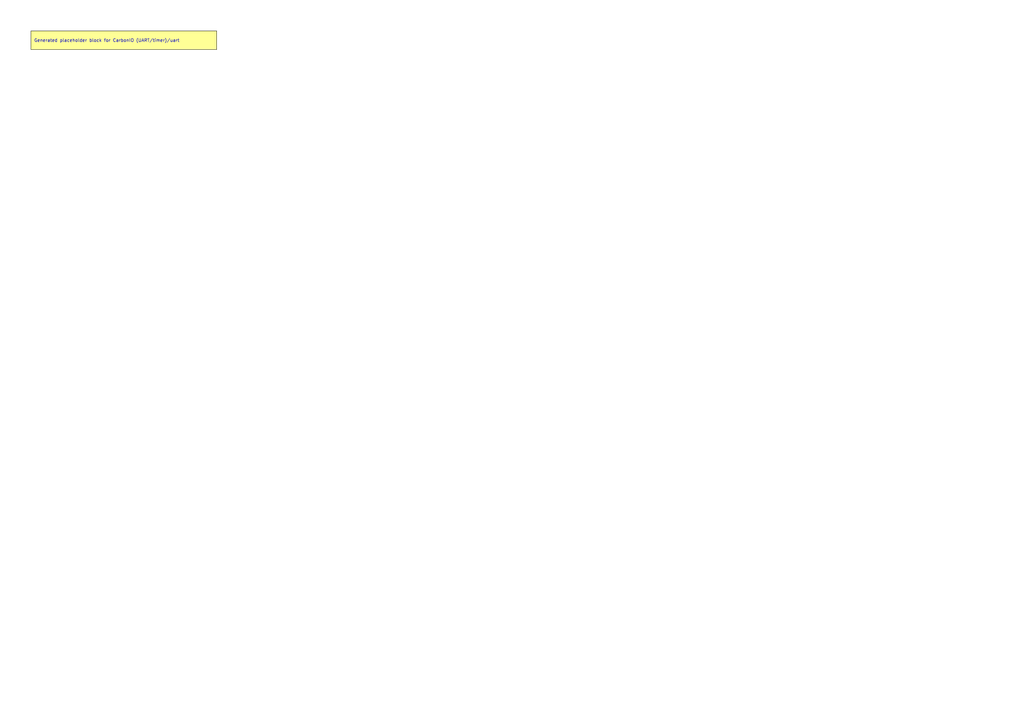
<source format=kicad_sch>
(kicad_sch
	(version 20250114)
	(generator "kicadgen")
	(generator_version "0.2")
	(uuid "d02f6d24-fd3d-5f9c-9ba8-4013b1298c04")
	(paper "A3")
	(title_block
		(title "CarbonIO (UART/timer)::uart")
		(company "Project Carbon")
		(comment 1 "Generated - do not edit in generated/")
		(comment 2 "Edit in schem/kicad9/manual/ or refine mapping specs")
	)
	(lib_symbols)
	(text_box
		"Generated placeholder block for CarbonIO (UART/timer)/uart"
		(exclude_from_sim no)
		(at
			12.7
			12.7
			0
		)
		(size 76.2 7.62)
		(margins
			1.27
			1.27
			1.27
			1.27
		)
		(stroke
			(width 0)
			(type default)
			(color
				0
				0
				0
				1
			)
		)
		(fill
			(type color)
			(color
				255
				255
				150
				1
			)
		)
		(effects
			(font
				(size 1.27 1.27)
			)
			(justify left)
		)
		(uuid "f77602a6-84d7-587d-82cb-c22c10f4c9fb")
	)
	(sheet_instances
		(path
			"/"
			(page "1")
		)
	)
	(embedded_fonts no)
)

</source>
